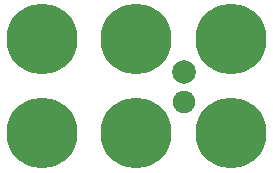
<source format=gtl>
%TF.GenerationSoftware,KiCad,Pcbnew,4.0.5-e0-6337~49~ubuntu16.04.1*%
%TF.CreationDate,2017-01-18T01:13:13-08:00*%
%TF.ProjectId,2x3-Generic-2.54mm-Pitch-Magnet,3278332D47656E657269632D322E3534,1.0*%
%TF.FileFunction,Copper,L1,Top,Signal*%
%FSLAX46Y46*%
G04 Gerber Fmt 4.6, Leading zero omitted, Abs format (unit mm)*
G04 Created by KiCad (PCBNEW 4.0.5-e0-6337~49~ubuntu16.04.1) date Wed Jan 18 01:13:13 2017*
%MOMM*%
%LPD*%
G01*
G04 APERTURE LIST*
%ADD10C,0.350000*%
%ADD11C,2.000000*%
%ADD12C,1.900000*%
%ADD13C,6.000000*%
%ADD14C,0.350000*%
G04 APERTURE END LIST*
D10*
D11*
X147891000Y-96624000D03*
D12*
X147891000Y-99164000D03*
D13*
X135891000Y-101854000D03*
X135891000Y-93854000D03*
X151891000Y-93854000D03*
X151891000Y-101854000D03*
X143891000Y-93854000D03*
X143891000Y-101854000D03*
D14*
X147891000Y-96624000D03*
X147891000Y-99164000D03*
X135891000Y-101854000D03*
X135891000Y-93854000D03*
X151891000Y-93854000D03*
X151891000Y-101854000D03*
X143891000Y-93854000D03*
X143891000Y-101854000D03*
M02*

</source>
